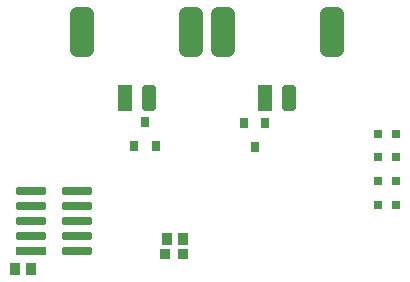
<source format=gbp>
G04*
G04 #@! TF.GenerationSoftware,Altium Limited,Altium Designer,19.0.10 (269)*
G04*
G04 Layer_Color=128*
%FSLAX25Y25*%
%MOIN*%
G70*
G01*
G75*
%ADD18R,0.03347X0.03347*%
%ADD19R,0.03543X0.03937*%
%ADD72R,0.03150X0.03543*%
%ADD73R,0.03150X0.03150*%
%ADD74R,0.09843X0.02953*%
G04:AMPARAMS|DCode=75|XSize=29.53mil|YSize=98.43mil|CornerRadius=7.38mil|HoleSize=0mil|Usage=FLASHONLY|Rotation=90.000|XOffset=0mil|YOffset=0mil|HoleType=Round|Shape=RoundedRectangle|*
%AMROUNDEDRECTD75*
21,1,0.02953,0.08366,0,0,90.0*
21,1,0.01476,0.09843,0,0,90.0*
1,1,0.01476,0.04183,0.00738*
1,1,0.01476,0.04183,-0.00738*
1,1,0.01476,-0.04183,-0.00738*
1,1,0.01476,-0.04183,0.00738*
%
%ADD75ROUNDEDRECTD75*%
G04:AMPARAMS|DCode=76|XSize=78.74mil|YSize=165.35mil|CornerRadius=19.68mil|HoleSize=0mil|Usage=FLASHONLY|Rotation=0.000|XOffset=0mil|YOffset=0mil|HoleType=Round|Shape=RoundedRectangle|*
%AMROUNDEDRECTD76*
21,1,0.07874,0.12598,0,0,0.0*
21,1,0.03937,0.16535,0,0,0.0*
1,1,0.03937,0.01968,-0.06299*
1,1,0.03937,-0.01968,-0.06299*
1,1,0.03937,-0.01968,0.06299*
1,1,0.03937,0.01968,0.06299*
%
%ADD76ROUNDEDRECTD76*%
G04:AMPARAMS|DCode=77|XSize=47.24mil|YSize=86.61mil|CornerRadius=11.81mil|HoleSize=0mil|Usage=FLASHONLY|Rotation=0.000|XOffset=0mil|YOffset=0mil|HoleType=Round|Shape=RoundedRectangle|*
%AMROUNDEDRECTD77*
21,1,0.04724,0.06299,0,0,0.0*
21,1,0.02362,0.08661,0,0,0.0*
1,1,0.02362,0.01181,-0.03150*
1,1,0.02362,-0.01181,-0.03150*
1,1,0.02362,-0.01181,0.03150*
1,1,0.02362,0.01181,0.03150*
%
%ADD77ROUNDEDRECTD77*%
%ADD78R,0.04724X0.08661*%
D18*
X54823Y30709D02*
D03*
X60925D02*
D03*
D19*
X10236Y25689D02*
D03*
X4921D02*
D03*
X55610Y35827D02*
D03*
X60925D02*
D03*
D72*
X84842Y66535D02*
D03*
X81299Y74410D02*
D03*
X88386D02*
D03*
X48228Y74803D02*
D03*
X44685Y66929D02*
D03*
X51772D02*
D03*
D73*
X125984Y47244D02*
D03*
X131890D02*
D03*
X125984Y55118D02*
D03*
X131890D02*
D03*
X125984Y62992D02*
D03*
X131890D02*
D03*
X125984Y70866D02*
D03*
X131890D02*
D03*
D74*
X10236Y31732D02*
D03*
D75*
X25591D02*
D03*
Y36732D02*
D03*
X10236D02*
D03*
X25591Y41732D02*
D03*
X10236D02*
D03*
X25591Y46732D02*
D03*
X10236D02*
D03*
X25591Y51732D02*
D03*
X10236D02*
D03*
D76*
X27362Y104724D02*
D03*
X63583D02*
D03*
X74213D02*
D03*
X110433D02*
D03*
D77*
X49409Y82756D02*
D03*
X96260D02*
D03*
D78*
X41535D02*
D03*
X88386D02*
D03*
M02*

</source>
